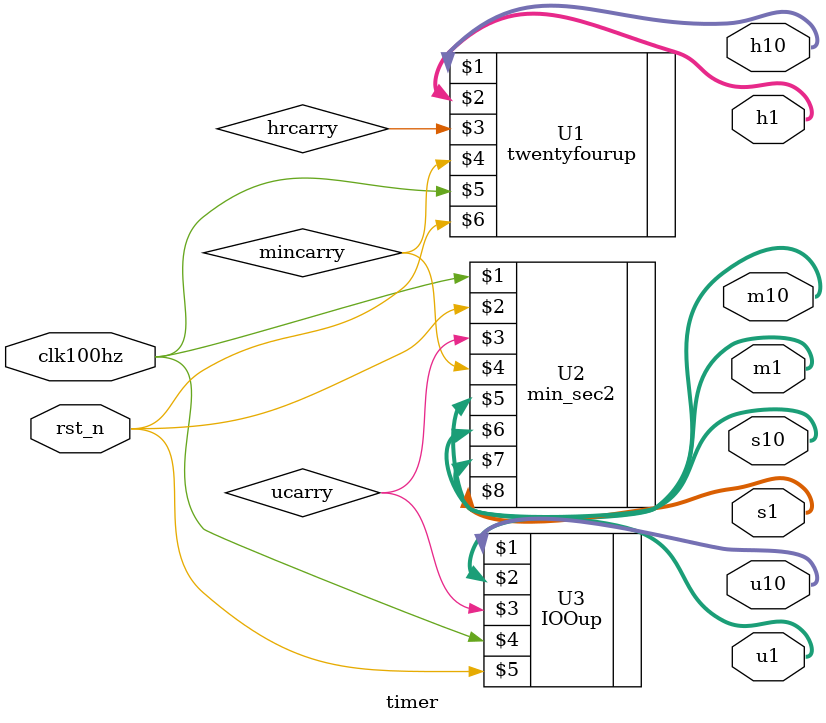
<source format=v>
`timescale 1ns / 1ps
module timer(
    input clk100hz,
    input rst_n,
	 output [3:0] h10,
	 output [3:0] h1,
	 output [3:0] m10,
	 output [3:0] m1,
	 output [3:0] s10,
	 output [3:0] s1,
	 output [3:0] u10,
	 output [3:0] u1
    );
	 
	 wire ucarry,mincarrry;
	 wire hrcarry;
	 
	 twentyfourup U1(h10,h1,hrcarry,mincarry,clk100hz,rst_n);
	 min_sec2	  U2(clk100hz,rst_n,ucarry,mincarry,m10,m1,s10,s1);
	 IOOup		  U3(u10,u1,ucarry,clk100hz,rst_n);
	 

endmodule

</source>
